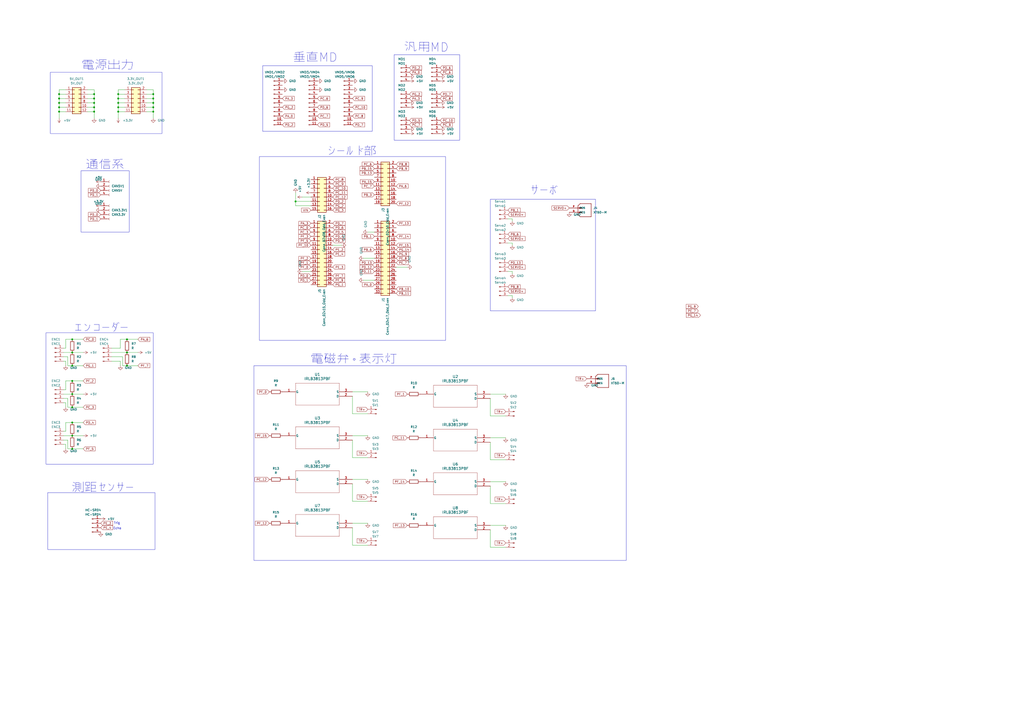
<source format=kicad_sch>
(kicad_sch (version 20231120) (generator "eeschema") (generator_version "8.0")
  (paper "A2")
  (junction (at 41.91 260.35))
  (junction (at 88.9 57.15))
  (junction (at 34.29 59.69))
  (junction (at 41.91 252.73))
  (junction (at 68.58 59.69))
  (junction (at 54.61 62.23))
  (junction (at 34.29 54.61))
  (junction (at 73.66 196.85))
  (junction (at 171.45 116.84))
  (junction (at 68.58 54.61))
  (junction (at 68.58 62.23))
  (junction (at 41.91 212.09))
  (junction (at 41.91 196.85))
  (junction (at 41.91 236.22))
  (junction (at 41.91 228.6))
  (junction (at 41.91 245.11))
  (junction (at 54.61 57.15))
  (junction (at 34.29 64.77))
  (junction (at 68.58 64.77))
  (junction (at 41.91 220.98))
  (junction (at 34.29 57.15))
  (junction (at 88.9 62.23))
  (junction (at 41.91 204.47))
  (junction (at 73.66 212.09))
  (junction (at 54.61 54.61))
  (junction (at 54.61 59.69))
  (junction (at 54.61 64.77))
  (junction (at 88.9 59.69))
  (junction (at 34.29 62.23))
  (junction (at 88.9 64.77))
  (junction (at 88.9 54.61))
  (junction (at 68.58 57.15))
  (junction (at 73.66 204.47))
  (wire (pts (xy 73.66 212.09) (xy 80.01 212.09)))
  (wire (pts (xy 88.9 54.61) (xy 88.9 57.15)))
  (wire (pts (xy 54.61 57.15) (xy 54.61 59.69)))
  (wire (pts (xy 64.77 204.47) (xy 73.66 204.47)))
  (wire (pts (xy 297.18 127) (xy 297.18 128.27)))
  (wire (pts (xy 41.91 228.6) (xy 48.26 228.6)))
  (wire (pts (xy 210.82 162.56) (xy 217.17 162.56)))
  (wire (pts (xy 204.47 316.23) (xy 213.36 316.23)))
  (wire (pts (xy 204.47 306.07) (xy 204.47 316.23)))
  (wire (pts (xy 284.48 307.34) (xy 284.48 317.5)))
  (wire (pts (xy 38.1 257.81) (xy 38.1 260.35)))
  (wire (pts (xy 64.77 209.55) (xy 69.85 209.55)))
  (wire (pts (xy 297.18 142.24) (xy 297.18 140.97)))
  (wire (pts (xy 36.83 204.47) (xy 41.91 204.47)))
  (wire (pts (xy 34.29 54.61) (xy 34.29 52.07)))
  (wire (pts (xy 39.37 207.01) (xy 39.37 212.09)))
  (wire (pts (xy 68.58 57.15) (xy 68.58 54.61)))
  (wire (pts (xy 36.83 257.81) (xy 38.1 257.81)))
  (wire (pts (xy 41.91 220.98) (xy 48.26 220.98)))
  (wire (pts (xy 69.85 201.93) (xy 69.85 196.85)))
  (wire (pts (xy 38.1 245.11) (xy 41.91 245.11)))
  (wire (pts (xy 34.29 59.69) (xy 34.29 57.15)))
  (wire (pts (xy 171.45 116.84) (xy 180.34 116.84)))
  (wire (pts (xy 85.09 64.77) (xy 88.9 64.77)))
  (wire (pts (xy 294.64 157.48) (xy 297.18 157.48)))
  (wire (pts (xy 88.9 52.07) (xy 88.9 54.61)))
  (wire (pts (xy 41.91 260.35) (xy 48.26 260.35)))
  (wire (pts (xy 68.58 68.58) (xy 68.58 64.77)))
  (wire (pts (xy 36.83 250.19) (xy 38.1 250.19)))
  (wire (pts (xy 36.83 207.01) (xy 39.37 207.01)))
  (wire (pts (xy 34.29 54.61) (xy 38.1 54.61)))
  (wire (pts (xy 204.47 303.53) (xy 213.36 303.53)))
  (wire (pts (xy 73.66 196.85) (xy 80.01 196.85)))
  (wire (pts (xy 38.1 196.85) (xy 41.91 196.85)))
  (wire (pts (xy 204.47 278.13) (xy 213.36 278.13)))
  (wire (pts (xy 284.48 281.94) (xy 284.48 292.1)))
  (wire (pts (xy 284.48 256.54) (xy 284.48 266.7)))
  (wire (pts (xy 34.29 62.23) (xy 34.29 59.69)))
  (wire (pts (xy 41.91 204.47) (xy 48.26 204.47)))
  (wire (pts (xy 204.47 229.87) (xy 204.47 240.03)))
  (wire (pts (xy 229.87 154.94) (xy 236.22 154.94)))
  (wire (pts (xy 34.29 68.58) (xy 34.29 64.77)))
  (wire (pts (xy 171.45 116.84) (xy 171.45 119.38)))
  (wire (pts (xy 294.64 127) (xy 297.18 127)))
  (wire (pts (xy 54.61 64.77) (xy 54.61 68.58)))
  (wire (pts (xy 34.29 59.69) (xy 38.1 59.69)))
  (wire (pts (xy 284.48 231.14) (xy 284.48 241.3)))
  (wire (pts (xy 50.8 62.23) (xy 54.61 62.23)))
  (wire (pts (xy 297.18 157.48) (xy 297.18 158.75)))
  (wire (pts (xy 38.1 226.06) (xy 38.1 220.98)))
  (wire (pts (xy 36.83 255.27) (xy 39.37 255.27)))
  (wire (pts (xy 34.29 57.15) (xy 34.29 54.61)))
  (wire (pts (xy 54.61 52.07) (xy 54.61 54.61)))
  (wire (pts (xy 41.91 245.11) (xy 48.26 245.11)))
  (wire (pts (xy 68.58 62.23) (xy 68.58 59.69)))
  (wire (pts (xy 64.77 201.93) (xy 69.85 201.93)))
  (wire (pts (xy 39.37 236.22) (xy 41.91 236.22)))
  (wire (pts (xy 213.36 134.62) (xy 217.17 134.62)))
  (wire (pts (xy 68.58 59.69) (xy 68.58 57.15)))
  (wire (pts (xy 297.18 171.45) (xy 294.64 171.45)))
  (wire (pts (xy 85.09 54.61) (xy 88.9 54.61)))
  (wire (pts (xy 284.48 292.1) (xy 293.37 292.1)))
  (wire (pts (xy 39.37 231.14) (xy 39.37 236.22)))
  (wire (pts (xy 284.48 254) (xy 293.37 254)))
  (wire (pts (xy 88.9 64.77) (xy 88.9 68.58)))
  (wire (pts (xy 71.12 212.09) (xy 73.66 212.09)))
  (wire (pts (xy 85.09 52.07) (xy 88.9 52.07)))
  (wire (pts (xy 38.1 233.68) (xy 38.1 236.22)))
  (wire (pts (xy 38.1 220.98) (xy 41.91 220.98)))
  (wire (pts (xy 284.48 266.7) (xy 293.37 266.7)))
  (wire (pts (xy 68.58 52.07) (xy 72.39 52.07)))
  (wire (pts (xy 88.9 57.15) (xy 88.9 59.69)))
  (wire (pts (xy 204.47 240.03) (xy 213.36 240.03)))
  (wire (pts (xy 88.9 62.23) (xy 88.9 64.77)))
  (wire (pts (xy 284.48 279.4) (xy 293.37 279.4)))
  (wire (pts (xy 36.83 228.6) (xy 41.91 228.6)))
  (wire (pts (xy 54.61 54.61) (xy 54.61 57.15)))
  (wire (pts (xy 297.18 172.72) (xy 297.18 171.45)))
  (wire (pts (xy 39.37 212.09) (xy 41.91 212.09)))
  (wire (pts (xy 34.29 64.77) (xy 34.29 62.23)))
  (wire (pts (xy 36.83 233.68) (xy 38.1 233.68)))
  (wire (pts (xy 50.8 57.15) (xy 54.61 57.15)))
  (wire (pts (xy 68.58 54.61) (xy 68.58 52.07)))
  (wire (pts (xy 41.91 252.73) (xy 48.26 252.73)))
  (wire (pts (xy 204.47 227.33) (xy 213.36 227.33)))
  (wire (pts (xy 34.29 64.77) (xy 38.1 64.77)))
  (wire (pts (xy 85.09 59.69) (xy 88.9 59.69)))
  (wire (pts (xy 284.48 228.6) (xy 293.37 228.6)))
  (wire (pts (xy 68.58 64.77) (xy 68.58 62.23)))
  (wire (pts (xy 297.18 140.97) (xy 294.64 140.97)))
  (wire (pts (xy 68.58 62.23) (xy 72.39 62.23)))
  (wire (pts (xy 36.83 209.55) (xy 38.1 209.55)))
  (wire (pts (xy 88.9 59.69) (xy 88.9 62.23)))
  (wire (pts (xy 34.29 62.23) (xy 38.1 62.23)))
  (wire (pts (xy 36.83 252.73) (xy 41.91 252.73)))
  (wire (pts (xy 36.83 226.06) (xy 38.1 226.06)))
  (wire (pts (xy 39.37 260.35) (xy 41.91 260.35)))
  (wire (pts (xy 204.47 265.43) (xy 213.36 265.43)))
  (wire (pts (xy 204.47 290.83) (xy 213.36 290.83)))
  (wire (pts (xy 73.66 204.47) (xy 80.01 204.47)))
  (wire (pts (xy 284.48 304.8) (xy 293.37 304.8)))
  (wire (pts (xy 36.83 231.14) (xy 39.37 231.14)))
  (wire (pts (xy 204.47 252.73) (xy 213.36 252.73)))
  (wire (pts (xy 171.45 111.76) (xy 171.45 116.84)))
  (wire (pts (xy 38.1 250.19) (xy 38.1 245.11)))
  (wire (pts (xy 85.09 57.15) (xy 88.9 57.15)))
  (wire (pts (xy 38.1 201.93) (xy 38.1 196.85)))
  (wire (pts (xy 85.09 62.23) (xy 88.9 62.23)))
  (wire (pts (xy 175.26 157.48) (xy 180.34 157.48)))
  (wire (pts (xy 69.85 196.85) (xy 73.66 196.85)))
  (wire (pts (xy 50.8 59.69) (xy 54.61 59.69)))
  (wire (pts (xy 204.47 255.27) (xy 204.47 265.43)))
  (wire (pts (xy 284.48 241.3) (xy 293.37 241.3)))
  (wire (pts (xy 50.8 52.07) (xy 54.61 52.07)))
  (wire (pts (xy 175.26 114.3) (xy 180.34 114.3)))
  (wire (pts (xy 41.91 212.09) (xy 48.26 212.09)))
  (wire (pts (xy 68.58 59.69) (xy 72.39 59.69)))
  (wire (pts (xy 71.12 207.01) (xy 71.12 212.09)))
  (wire (pts (xy 210.82 149.86) (xy 217.17 149.86)))
  (wire (pts (xy 284.48 317.5) (xy 293.37 317.5)))
  (wire (pts (xy 39.37 255.27) (xy 39.37 260.35)))
  (wire (pts (xy 38.1 209.55) (xy 38.1 212.09)))
  (wire (pts (xy 34.29 52.07) (xy 38.1 52.07)))
  (wire (pts (xy 34.29 57.15) (xy 38.1 57.15)))
  (wire (pts (xy 54.61 62.23) (xy 54.61 64.77)))
  (wire (pts (xy 64.77 207.01) (xy 71.12 207.01)))
  (wire (pts (xy 50.8 54.61) (xy 54.61 54.61)))
  (wire (pts (xy 41.91 196.85) (xy 48.26 196.85)))
  (wire (pts (xy 68.58 57.15) (xy 72.39 57.15)))
  (wire (pts (xy 204.47 280.67) (xy 204.47 290.83)))
  (wire (pts (xy 69.85 209.55) (xy 69.85 212.09)))
  (wire (pts (xy 193.04 142.24) (xy 198.12 142.24)))
  (wire (pts (xy 171.45 119.38) (xy 180.34 119.38)))
  (wire (pts (xy 50.8 64.77) (xy 54.61 64.77)))
  (wire (pts (xy 41.91 236.22) (xy 48.26 236.22)))
  (wire (pts (xy 68.58 64.77) (xy 72.39 64.77)))
  (wire (pts (xy 54.61 59.69) (xy 54.61 62.23)))
  (wire (pts (xy 36.83 201.93) (xy 38.1 201.93)))
  (wire (pts (xy 68.58 54.61) (xy 72.39 54.61)))
  (rectangle (start 284.48 115.57) (end 345.44 180.34))
  (rectangle (start 26.67 193.04) (end 88.9 269.24))
  (rectangle (start 27.686 285.75) (end 89.916 318.77))
  (rectangle (start 150.495 90.805) (end 258.445 197.485))
  (rectangle (start 147.32 212.09) (end 363.22 325.12))
  (text_box "" (at 228.6 31.75 0) (size 38.1 49.53) (effects (font (size 1.27 1.27)) (justify left top)))
  (text_box "" (at 29.21 41.91 0) (size 64.77 35.56) (effects (font (size 1.27 1.27)) (justify left top)))
  (text_box "" (at 152.4 38.1 0) (size 63.5 38.1) (effects (font (size 1.27 1.27)) (justify left top)))
  (text_box "" (at 46.99 99.06 0) (size 27.94 35.56) (effects (font (size 1.27 1.27)) (justify left top)))
  (text "測距センサー" (at 59.69 283.21 0) (effects (font (size 5.08 5.08))))
  (text "Echo\n" (at 68.072 306.578 0) (effects (font (size 1.27 1.27))))
  (text "電磁弁・表示灯" (at 205.486 208.534 0) (effects (font (size 5.08 5.08))))
  (text "シールド部\n" (at 204.089 88.011 0) (effects (font (size 5.08 5.08))))
  (text "垂直MD" (at 182.88 33.528 0) (effects (font (size 5.08 5.08))))
  (text "汎用MD" (at 247.396 27.686 0) (effects (font (size 5.08 5.08))))
  (text "エンコーダー" (at 58.674 190.5 0) (effects (font (size 5.08 5.08))))
  (text "Trig" (at 67.818 303.53 0) (effects (font (size 1.27 1.27))))
  (text "電源出力" (at 62.484 38.1 0) (effects (font (size 5.08 5.08))))
  (text "通信系\n" (at 60.96 95.758 0) (effects (font (size 5.08 5.08))))
  (text "サーボ" (at 315.468 110.744 0) (effects (font (size 5.08 5.08))))
  (global_label "SERVO+" (shape input) (at 294.64 138.43 0) (property "Intersheetrefs" "${INTERSHEET_REFS}" (effects (hide yes))))
  (global_label "PG_2" (shape input) (at 237.49 54.61 0) (property "Intersheetrefs" "${INTERSHEET_REFS}" (effects (hide yes))))
  (global_label "PC_10" (shape input) (at 204.47 62.23 0) (property "Intersheetrefs" "${INTERSHEET_REFS}" (effects (hide yes))))
  (global_label "PF_1" (shape input) (at 236.22 228.6 180) (property "Intersheetrefs" "${INTERSHEET_REFS}" (effects (hide yes))))
  (global_label "PA_3" (shape input) (at 180.34 129.54 180) (property "Intersheetrefs" "${INTERSHEET_REFS}" (effects (hide yes))))
  (global_label "PF_14" (shape input) (at 229.87 137.16 0) (property "Intersheetrefs" "${INTERSHEET_REFS}" (effects (hide yes))))
  (global_label "PF_2" (shape input) (at 48.26 220.98 0) (property "Intersheetrefs" "${INTERSHEET_REFS}" (effects (hide yes))))
  (global_label "PC_10" (shape input) (at 255.27 69.85 0) (property "Intersheetrefs" "${INTERSHEET_REFS}" (effects (hide yes))))
  (global_label "PD_0" (shape input) (at 58.42 124.46 180) (property "Intersheetrefs" "${INTERSHEET_REFS}" (effects (hide yes))))
  (global_label "SERVO+" (shape input) (at 330.2 120.65 180) (property "Intersheetrefs" "${INTERSHEET_REFS}" (effects (hide yes))))
  (global_label "PB_15" (shape input) (at 217.17 97.79 180) (property "Intersheetrefs" "${INTERSHEET_REFS}" (effects (hide yes))))
  (global_label "PD_6" (shape input) (at 255.27 39.37 0) (property "Intersheetrefs" "${INTERSHEET_REFS}" (effects (hide yes))))
  (global_label "PC_11" (shape input) (at 236.22 254 180) (property "Intersheetrefs" "${INTERSHEET_REFS}" (effects (hide yes))))
  (global_label "PA_6" (shape input) (at 229.87 107.95 0) (property "Intersheetrefs" "${INTERSHEET_REFS}" (effects (hide yes))))
  (global_label "SERVO+" (shape input) (at 294.64 124.46 0) (property "Intersheetrefs" "${INTERSHEET_REFS}" (effects (hide yes))))
  (global_label "PE_7" (shape input) (at 405.13 180.34 180) (property "Intersheetrefs" "${INTERSHEET_REFS}" (effects (hide yes))))
  (global_label "PE_7" (shape input) (at 229.87 152.4 0) (property "Intersheetrefs" "${INTERSHEET_REFS}" (effects (hide yes))))
  (global_label "PG_1" (shape input) (at 48.26 212.09 0) (property "Intersheetrefs" "${INTERSHEET_REFS}" (effects (hide yes))))
  (global_label "PD_4" (shape input) (at 193.04 137.16 0) (property "Intersheetrefs" "${INTERSHEET_REFS}" (effects (hide yes))))
  (global_label "PF_3" (shape input) (at 180.34 137.16 180) (property "Intersheetrefs" "${INTERSHEET_REFS}" (effects (hide yes))))
  (global_label "PF_13" (shape input) (at 229.87 129.54 0) (property "Intersheetrefs" "${INTERSHEET_REFS}" (effects (hide yes))))
  (global_label "SERVO+" (shape input) (at 294.64 168.91 0) (property "Intersheetrefs" "${INTERSHEET_REFS}" (effects (hide yes))))
  (global_label "PD_7" (shape input) (at 193.04 129.54 0) (property "Intersheetrefs" "${INTERSHEET_REFS}" (effects (hide yes))))
  (global_label "PB_6" (shape input) (at 294.64 135.89 0) (property "Intersheetrefs" "${INTERSHEET_REFS}" (effects (hide yes))))
  (global_label "TR+" (shape input) (at 293.37 314.96 180) (property "Intersheetrefs" "${INTERSHEET_REFS}" (effects (hide yes))))
  (global_label "PA_6" (shape input) (at 80.01 196.85 0) (property "Intersheetrefs" "${INTERSHEET_REFS}" (effects (hide yes))))
  (global_label "PD_2" (shape input) (at 163.83 72.39 0) (property "Intersheetrefs" "${INTERSHEET_REFS}" (effects (hide yes))))
  (global_label "TR+" (shape input) (at 213.36 313.69 180) (property "Intersheetrefs" "${INTERSHEET_REFS}" (effects (hide yes))))
  (global_label "PE_4" (shape input) (at 193.04 147.32 0) (property "Intersheetrefs" "${INTERSHEET_REFS}" (effects (hide yes))))
  (global_label "TR+" (shape input) (at 293.37 289.56 180) (property "Intersheetrefs" "${INTERSHEET_REFS}" (effects (hide yes))))
  (global_label "PF_10" (shape input) (at 180.34 142.24 180) (property "Intersheetrefs" "${INTERSHEET_REFS}" (effects (hide yes))))
  (global_label "PF_15" (shape input) (at 229.87 142.24 0) (property "Intersheetrefs" "${INTERSHEET_REFS}" (effects (hide yes))))
  (global_label "PB_6" (shape input) (at 217.17 144.78 180) (property "Intersheetrefs" "${INTERSHEET_REFS}" (effects (hide yes))))
  (global_label "PF_9" (shape input) (at 193.04 162.56 0) (property "Intersheetrefs" "${INTERSHEET_REFS}" (effects (hide yes))))
  (global_label "PC_11" (shape input) (at 193.04 111.76 0) (property "Intersheetrefs" "${INTERSHEET_REFS}" (effects (hide yes))))
  (global_label "PF_5" (shape input) (at 180.34 139.7 180) (property "Intersheetrefs" "${INTERSHEET_REFS}" (effects (hide yes))))
  (global_label "PD_5" (shape input) (at 193.04 134.62 0) (property "Intersheetrefs" "${INTERSHEET_REFS}" (effects (hide yes))))
  (global_label "PD_7" (shape input) (at 255.27 54.61 0) (property "Intersheetrefs" "${INTERSHEET_REFS}" (effects (hide yes))))
  (global_label "PD_5" (shape input) (at 237.49 69.85 0) (property "Intersheetrefs" "${INTERSHEET_REFS}" (effects (hide yes))))
  (global_label "TR+" (shape input) (at 293.37 264.16 180) (property "Intersheetrefs" "${INTERSHEET_REFS}" (effects (hide yes))))
  (global_label "PC_9" (shape input) (at 204.47 57.15 0) (property "Intersheetrefs" "${INTERSHEET_REFS}" (effects (hide yes))))
  (global_label "PD_2" (shape input) (at 193.04 116.84 0) (property "Intersheetrefs" "${INTERSHEET_REFS}" (effects (hide yes))))
  (global_label "PF_12" (shape input) (at 229.87 118.11 0) (property "Intersheetrefs" "${INTERSHEET_REFS}" (effects (hide yes))))
  (global_label "PF_7" (shape input) (at 80.01 212.09 0) (property "Intersheetrefs" "${INTERSHEET_REFS}" (effects (hide yes))))
  (global_label "TR+" (shape input) (at 213.36 262.89 180) (property "Intersheetrefs" "${INTERSHEET_REFS}" (effects (hide yes))))
  (global_label "PA_15" (shape input) (at 217.17 105.41 180) (property "Intersheetrefs" "${INTERSHEET_REFS}" (effects (hide yes))))
  (global_label "PD_6" (shape input) (at 184.15 62.23 0) (property "Intersheetrefs" "${INTERSHEET_REFS}" (effects (hide yes))))
  (global_label "PD_11" (shape input) (at 217.17 157.48 180) (property "Intersheetrefs" "${INTERSHEET_REFS}" (effects (hide yes))))
  (global_label "PC_6" (shape input) (at 184.15 57.15 0) (property "Intersheetrefs" "${INTERSHEET_REFS}" (effects (hide yes))))
  (global_label "PA_3" (shape input) (at 237.49 57.15 0) (property "Intersheetrefs" "${INTERSHEET_REFS}" (effects (hide yes))))
  (global_label "PD_0" (shape input) (at 58.42 110.49 180) (property "Intersheetrefs" "${INTERSHEET_REFS}" (effects (hide yes))))
  (global_label "PF_12" (shape input) (at 156.21 303.53 180) (property "Intersheetrefs" "${INTERSHEET_REFS}" (effects (hide yes))))
  (global_label "PB_10" (shape input) (at 229.87 167.64 0) (property "Intersheetrefs" "${INTERSHEET_REFS}" (effects (hide yes))))
  (global_label "PC_0" (shape input) (at 48.26 196.85 0) (property "Intersheetrefs" "${INTERSHEET_REFS}" (effects (hide yes))))
  (global_label "PC_8" (shape input) (at 204.47 67.31 0) (property "Intersheetrefs" "${INTERSHEET_REFS}" (effects (hide yes))))
  (global_label "TR+" (shape input) (at 293.37 238.76 180) (property "Intersheetrefs" "${INTERSHEET_REFS}" (effects (hide yes))))
  (global_label "PG_3" (shape input) (at 193.04 121.92 0) (property "Intersheetrefs" "${INTERSHEET_REFS}" (effects (hide yes))))
  (global_label "PD_2" (shape input) (at 237.49 39.37 0) (property "Intersheetrefs" "${INTERSHEET_REFS}" (effects (hide yes))))
  (global_label "PG_9" (shape input) (at 229.87 147.32 0) (property "Intersheetrefs" "${INTERSHEET_REFS}" (effects (hide yes))))
  (global_label "PC_6" (shape input) (at 255.27 41.91 0) (property "Intersheetrefs" "${INTERSHEET_REFS}" (effects (hide yes))))
  (global_label "PD_1" (shape input) (at 180.34 162.56 180) (property "Intersheetrefs" "${INTERSHEET_REFS}" (effects (hide yes))))
  (global_label "PA_3" (shape input) (at 163.83 57.15 0) (property "Intersheetrefs" "${INTERSHEET_REFS}" (effects (hide yes))))
  (global_label "PE_2" (shape input) (at 193.04 144.78 0) (property "Intersheetrefs" "${INTERSHEET_REFS}" (effects (hide yes))))
  (global_label "PE_3" (shape input) (at 193.04 154.94 0) (property "Intersheetrefs" "${INTERSHEET_REFS}" (effects (hide yes))))
  (global_label "PG_1" (shape input) (at 193.04 165.1 0) (property "Intersheetrefs" "${INTERSHEET_REFS}" (effects (hide yes))))
  (global_label "PB_8" (shape input) (at 294.64 166.37 0) (property "Intersheetrefs" "${INTERSHEET_REFS}" (effects (hide yes))))
  (global_label "PD_12" (shape input) (at 217.17 154.94 180) (property "Intersheetrefs" "${INTERSHEET_REFS}" (effects (hide yes))))
  (global_label "PD_1" (shape input) (at 58.42 127 180) (property "Intersheetrefs" "${INTERSHEET_REFS}" (effects (hide yes))))
  (global_label "PB_13" (shape input) (at 217.17 100.33 180) (property "Intersheetrefs" "${INTERSHEET_REFS}" (effects (hide yes))))
  (global_label "PC_9" (shape input) (at 193.04 106.68 0) (property "Intersheetrefs" "${INTERSHEET_REFS}" (effects (hide yes))))
  (global_label "PG_14" (shape input) (at 229.87 144.78 0) (property "Intersheetrefs" "${INTERSHEET_REFS}" (effects (hide yes))))
  (global_label "PG_14" (shape input) (at 406.4 182.88 180) (property "Intersheetrefs" "${INTERSHEET_REFS}" (effects (hide yes))))
  (global_label "PC_7" (shape input) (at 237.49 72.39 0) (property "Intersheetrefs" "${INTERSHEET_REFS}" (effects (hide yes))))
  (global_label "TR+" (shape input) (at 213.36 237.49 180) (property "Intersheetrefs" "${INTERSHEET_REFS}" (effects (hide yes))))
  (global_label "PE_2" (shape input) (at 58.42 303.53 0) (property "Intersheetrefs" "${INTERSHEET_REFS}" (effects (hide yes))))
  (global_label "PC_9" (shape input) (at 255.27 72.39 0) (property "Intersheetrefs" "${INTERSHEET_REFS}" (effects (hide yes))))
  (global_label "PC_6" (shape input) (at 217.17 95.25 180) (property "Intersheetrefs" "${INTERSHEET_REFS}" (effects (hide yes))))
  (global_label "PF_14" (shape input) (at 236.22 279.4 180) (property "Intersheetrefs" "${INTERSHEET_REFS}" (effects (hide yes))))
  (global_label "PE_4" (shape input) (at 58.42 306.07 0) (property "Intersheetrefs" "${INTERSHEET_REFS}" (effects (hide yes))))
  (global_label "PC_8" (shape input) (at 255.27 57.15 0) (property "Intersheetrefs" "${INTERSHEET_REFS}" (effects (hide yes))))
  (global_label "PD_13" (shape input) (at 217.17 152.4 180) (property "Intersheetrefs" "${INTERSHEET_REFS}" (effects (hide yes))))
  (global_label "PF_2" (shape input) (at 180.34 149.86 180) (property "Intersheetrefs" "${INTERSHEET_REFS}" (effects (hide yes))))
  (global_label "PF_7" (shape input) (at 193.04 160.02 0) (property "Intersheetrefs" "${INTERSHEET_REFS}" (effects (hide yes))))
  (global_label "PE_8" (shape input) (at 229.87 149.86 0) (property "Intersheetrefs" "${INTERSHEET_REFS}" (effects (hide yes))))
  (global_label "PF_0" (shape input) (at 156.21 227.33 180) (property "Intersheetrefs" "${INTERSHEET_REFS}" (effects (hide yes))))
  (global_label "PF_0" (shape input) (at 180.34 154.94 180) (property "Intersheetrefs" "${INTERSHEET_REFS}" (effects (hide yes))))
  (global_label "SERVO+" (shape input) (at 294.64 154.94 0) (property "Intersheetrefs" "${INTERSHEET_REFS}" (effects (hide yes))))
  (global_label "TR+" (shape input) (at 340.36 219.71 180) (property "Intersheetrefs" "${INTERSHEET_REFS}" (effects (hide yes))))
  (global_label "PG_2" (shape input) (at 163.83 62.23 0) (property "Intersheetrefs" "${INTERSHEET_REFS}" (effects (hide yes))))
  (global_label "PA_0" (shape input) (at 163.83 67.31 0) (property "Intersheetrefs" "${INTERSHEET_REFS}" (effects (hide yes))))
  (global_label "PB_1" (shape input) (at 294.64 121.92 0) (property "Intersheetrefs" "${INTERSHEET_REFS}" (effects (hide yes))))
  (global_label "PD_3" (shape input) (at 193.04 139.7 0) (property "Intersheetrefs" "${INTERSHEET_REFS}" (effects (hide yes))))
  (global_label "PC_8" (shape input) (at 193.04 104.14 0) (property "Intersheetrefs" "${INTERSHEET_REFS}" (effects (hide yes))))
  (global_label "PF_13" (shape input) (at 236.22 304.8 180) (property "Intersheetrefs" "${INTERSHEET_REFS}" (effects (hide yes))))
  (global_label "PF_1" (shape input) (at 180.34 152.4 180) (property "Intersheetrefs" "${INTERSHEET_REFS}" (effects (hide yes))))
  (global_label "PC_12" (shape input) (at 193.04 114.3 0) (property "Intersheetrefs" "${INTERSHEET_REFS}" (effects (hide yes))))
  (global_label "PA_0" (shape input) (at 217.17 165.1 180) (property "Intersheetrefs" "${INTERSHEET_REFS}" (effects (hide yes))))
  (global_label "PG_2" (shape input) (at 193.04 119.38 0) (property "Intersheetrefs" "${INTERSHEET_REFS}" (effects (hide yes))))
  (global_label "PB_11" (shape input) (at 229.87 170.18 0) (property "Intersheetrefs" "${INTERSHEET_REFS}" (effects (hide yes))))
  (global_label "PC_10" (shape input) (at 193.04 109.22 0) (property "Intersheetrefs" "${INTERSHEET_REFS}" (effects (hide yes))))
  (global_label "PC_12" (shape input) (at 156.21 278.13 180) (property "Intersheetrefs" "${INTERSHEET_REFS}" (effects (hide yes))))
  (global_label "PC_0" (shape input) (at 180.34 132.08 180) (property "Intersheetrefs" "${INTERSHEET_REFS}" (effects (hide yes))))
  (global_label "PD_7" (shape input) (at 204.47 72.39 0) (property "Intersheetrefs" "${INTERSHEET_REFS}" (effects (hide yes))))
  (global_label "VIN" (shape input) (at 180.34 121.92 180) (property "Intersheetrefs" "${INTERSHEET_REFS}" (effects (hide yes))))
  (global_label "PG_9" (shape input) (at 405.13 177.8 180) (property "Intersheetrefs" "${INTERSHEET_REFS}" (effects (hide yes))))
  (global_label "PD_5" (shape input) (at 184.15 72.39 0) (property "Intersheetrefs" "${INTERSHEET_REFS}" (effects (hide yes))))
  (global_label "PC_7" (shape input) (at 217.17 107.95 180) (property "Intersheetrefs" "${INTERSHEET_REFS}" (effects (hide yes))))
  (global_label "PC_7" (shape input) (at 184.15 67.31 0) (property "Intersheetrefs" "${INTERSHEET_REFS}" (effects (hide yes))))
  (global_label "PD_0" (shape input) (at 180.34 160.02 180) (property "Intersheetrefs" "${INTERSHEET_REFS}" (effects (hide yes))))
  (global_label "PB_3" (shape input) (at 217.17 113.03 180) (property "Intersheetrefs" "${INTERSHEET_REFS}" (effects (hide yes))))
  (global_label "PD_6" (shape input) (at 193.04 132.08 0) (property "Intersheetrefs" "${INTERSHEET_REFS}" (effects (hide yes))))
  (global_label "PC_3" (shape input) (at 48.26 236.22 0) (property "Intersheetrefs" "${INTERSHEET_REFS}" (effects (hide yes))))
  (global_label "PD_4" (shape input) (at 48.26 245.11 0) (property "Intersheetrefs" "${INTERSHEET_REFS}" (effects (hide yes))))
  (global_label "PF_15" (shape input) (at 156.21 252.73 180) (property "Intersheetrefs" "${INTERSHEET_REFS}" (effects (hide yes))))
  (global_label "PD_13" (shape input) (at 294.64 152.4 0) (property "Intersheetrefs" "${INTERSHEET_REFS}" (effects (hide yes))))
  (global_label "PD_1" (shape input) (at 58.42 113.03 180) (property "Intersheetrefs" "${INTERSHEET_REFS}" (effects (hide yes))))
  (global_label "PF_5" (shape input) (at 48.26 260.35 0) (property "Intersheetrefs" "${INTERSHEET_REFS}" (effects (hide yes))))
  (global_label "PA_0" (shape input) (at 237.49 41.91 0) (property "Intersheetrefs" "${INTERSHEET_REFS}" (effects (hide yes))))
  (global_label "PB_8" (shape input) (at 229.87 95.25 0) (property "Intersheetrefs" "${INTERSHEET_REFS}" (effects (hide yes))))
  (global_label "PC_3" (shape input) (at 180.34 134.62 180) (property "Intersheetrefs" "${INTERSHEET_REFS}" (effects (hide yes))))
  (global_label "TR+" (shape input) (at 213.36 288.29 180) (property "Intersheetrefs" "${INTERSHEET_REFS}" (effects (hide yes))))
  (global_label "PB_1" (shape input) (at 217.17 137.16 180) (property "Intersheetrefs" "${INTERSHEET_REFS}" (effects (hide yes))))
  (global_label "PB_9" (shape input) (at 229.87 97.79 0) (property "Intersheetrefs" "${INTERSHEET_REFS}" (effects (hide yes))))
  (symbol (lib_id "Connector:Conn_01x11_Pin") (at 199.39 59.69 0) (unit 1)
    (property "Reference" "VMD5/VMD6" (at 200.025 41.91 0))
    (property "Value" "VMD5/VMD6" (at 200.025 44.45 0))
    (property "Footprint" "Connector_PinHeader_2.54mm:PinHeader_1x11_P2.54mm_Vertical" (effects (hide yes)))
    (property "Description" "Generic connector, single row, 01x11, script generated" (effects (hide yes)))
  )
  (symbol (lib_id "power:+5V") (at 175.26 114.3 90) (unit 1)
    (property "Reference" "#PWR04" (effects (hide yes)))
    (property "Value" "+5V" (at 173.9899 111.76 0) (effects (justify left)))
  )
  (symbol (lib_id "Connector:Conn_01x02_Pin") (at 298.45 314.96 0) (mirror y) (unit 1)
    (property "Reference" "SV8" (at 297.815 309.88 0))
    (property "Value" "SV8" (at 297.815 312.42 0))
    (property "Footprint" "Connector_PinHeader_2.54mm:PinHeader_1x02_P2.54mm_Vertical" (effects (hide yes)))
    (property "Description" "Generic connector, single row, 01x02, script generated" (effects (hide yes)))
  )
  (symbol (lib_id "power:+3.3V") (at 68.58 68.58 180) (unit 1)
    (property "Reference" "#PWR059" (effects (hide yes)))
    (property "Value" "+3.3V" (at 71.12 69.8499 0) (effects (justify right)))
    (property "Description" "Power symbol creates a global label with name \"+3.3V\"" (effects (hide yes)))
  )
  (symbol (lib_name "GND_2") (lib_id "power:GND") (at 204.47 52.07 90) (unit 1)
    (property "Reference" "#PWR067" (effects (hide yes)))
    (property "Value" "GND" (at 208.28 52.0699 90) (effects (justify right)))
    (property "Description" "Power symbol creates a global label with name \"GND\" , ground" (effects (hide yes)))
  )
  (symbol (lib_id "MyLibrary:IRLB3813PBF") (at 243.84 228.6 0) (unit 1)
    (property "Reference" "U2" (at 264.16 218.44 0) (effects (font (size 1.524 1.524))))
    (property "Value" "IRLB3813PBF" (at 264.16 220.98 0) (effects (font (size 1.524 1.524))))
    (property "Footprint" "MyLibrary:PG-TO220-3_INF" (effects (hide yes)))
    (property "Datasheet" "IRLB3813PBF" (effects (hide yes)))
  )
  (symbol (lib_name "GND_1") (lib_id "power:GND") (at 58.42 121.92 270) (unit 1)
    (property "Reference" "#PWR058" (effects (hide yes)))
    (property "Value" "GND" (at 57.15 118.11 90))
    (property "Description" "Power symbol creates a global label with name \"GND\" , ground" (effects (hide yes)))
  )
  (symbol (lib_id "power:GND") (at 88.9 68.58 0) (unit 1)
    (property "Reference" "#PWR060" (effects (hide yes)))
    (property "Value" "GND" (at 91.44 69.8499 0) (effects (justify left)))
  )
  (symbol (lib_id "Device:R") (at 240.03 304.8 90) (unit 1)
    (property "Reference" "R16" (at 240.03 298.45 90))
    (property "Value" "R" (at 240.03 300.99 90))
    (property "Footprint" "Resistor_THT:R_Axial_DIN0207_L6.3mm_D2.5mm_P10.16mm_Horizontal" (effects (hide yes)))
    (property "Description" "Resistor" (effects (hide yes)))
  )
  (symbol (lib_id "power:+5V") (at 48.26 204.47 270) (unit 1)
    (property "Reference" "#PWR023" (effects (hide yes)))
    (property "Value" "+5V" (at 52.07 204.4699 90) (effects (justify left)))
  )
  (symbol (lib_id "Connector:Conn_01x04_Pin") (at 232.41 72.39 0) (unit 1)
    (property "Reference" "MD3" (at 233.045 64.77 0))
    (property "Value" "MD3" (at 233.045 67.31 0))
    (property "Footprint" "Connector_PinHeader_2.54mm:PinHeader_1x04_P2.54mm_Vertical" (effects (hide yes)))
  )
  (symbol (lib_id "MyLibrary:IRLB3813PBF") (at 243.84 304.8 0) (unit 1)
    (property "Reference" "U8" (at 264.16 294.64 0) (effects (font (size 1.524 1.524))))
    (property "Value" "IRLB3813PBF" (at 264.16 297.18 0) (effects (font (size 1.524 1.524))))
    (property "Footprint" "MyLibrary:PG-TO220-3_INF" (effects (hide yes)))
    (property "Datasheet" "IRLB3813PBF" (effects (hide yes)))
  )
  (symbol (lib_id "XT60-M:XT60-M") (at 335.28 123.19 0) (unit 1)
    (property "Reference" "J4" (at 344.17 120.6499 0) (effects (justify left)))
    (property "Value" "XT60-M" (at 344.17 123.1899 0) (effects (justify left)))
    (property "Footprint" "XT60-M_footprint:AMASS_XT60-M" (effects (hide yes)))
    (property "MF" "AMASS" (effects (hide yes)))
    (property "MAXIMUM_PACKAGE_HEIGHT" "16.00 mm" (effects (hide yes)))
    (property "Package" "Package" (effects (hide yes)))
    (property "Price" "None" (effects (hide yes)))
    (property "Check_prices" "https://www.snapeda.com/parts/XT60-M/AMASS/view-part/?ref=eda" (effects (hide yes)))
    (property "STANDARD" "IPC 7351B" (effects (hide yes)))
    (property "PARTREV" "V1.2" (effects (hide yes)))
    (property "SnapEDA_Link" "https://www.snapeda.com/parts/XT60-M/AMASS/view-part/?ref=snap" (effects (hide yes)))
    (property "MP" "XT60-M" (effects (hide yes)))
    (property "Description_1" "\n                        \n                            Plug; DC supply; XT60; male; PIN: 2; for cable; soldered; 30A; 500V\n                        \n" (effects (hide yes)))
    (property "Availability" "Not in stock" (effects (hide yes)))
    (property "MANUFACTURER" "AMASS" (effects (hide yes)))
  )
  (symbol (lib_id "Connector_Generic:Conn_02x15_Odd_Even") (at 185.42 147.32 0) (unit 1)
    (property "Reference" "J5" (at 185.4199 167.64 90) (effects (justify right)))
    (property "Value" "Conn_02x15_Odd_Even" (at 187.9599 167.64 90) (effects (justify right)))
    (property "Footprint" "Connector_PinHeader_2.54mm:PinHeader_2x15_P2.54mm_Vertical" (effects (hide yes)))
  )
  (symbol (lib_id "Device:R") (at 160.02 227.33 90) (unit 1)
    (property "Reference" "R9" (at 160.02 220.98 90))
    (property "Value" "R" (at 160.02 223.52 90))
    (property "Footprint" "Resistor_THT:R_Axial_DIN0207_L6.3mm_D2.5mm_P10.16mm_Horizontal" (effects (hide yes)))
    (property "Description" "Resistor" (effects (hide yes)))
  )
  (symbol (lib_id "power:+3.3V") (at 58.42 119.38 90) (unit 1)
    (property "Reference" "#PWR038" (effects (hide yes)))
    (property "Value" "+3.3V" (at 57.15 116.84 90))
    (property "Description" "Power symbol creates a global label with name \"+3.3V\"" (effects (hide yes)))
  )
  (symbol (lib_id "MyLibrary:IRLB3813PBF") (at 243.84 254 0) (unit 1)
    (property "Reference" "U4" (at 264.16 243.84 0) (effects (font (size 1.524 1.524))))
    (property "Value" "IRLB3813PBF" (at 264.16 246.38 0) (effects (font (size 1.524 1.524))))
    (property "Footprint" "MyLibrary:PG-TO220-3_INF" (effects (hide yes)))
    (property "Datasheet" "IRLB3813PBF" (effects (hide yes)))
  )
  (symbol (lib_id "power:GND") (at 340.36 222.25 0) (unit 1)
    (property "Reference" "#PWR07" (effects (hide yes)))
    (property "Value" "GND" (at 342.9 223.5199 0) (effects (justify left)))
  )
  (symbol (lib_id "MyLibrary:IRLB3813PBF") (at 163.83 303.53 0) (unit 1)
    (property "Reference" "U7" (at 184.15 293.37 0) (effects (font (size 1.524 1.524))))
    (property "Value" "IRLB3813PBF" (at 184.15 295.91 0) (effects (font (size 1.524 1.524))))
    (property "Footprint" "MyLibrary:PG-TO220-3_INF" (effects (hide yes)))
    (property "Datasheet" "IRLB3813PBF" (effects (hide yes)))
  )
  (symbol (lib_id "power:GND") (at 237.49 59.69 90) (unit 1)
    (property "Reference" "#PWR05" (effects (hide yes)))
    (property "Value" "GND" (at 241.3 59.6899 90) (effects (justify right)))
  )
  (symbol (lib_id "Connector:Conn_01x03_Pin") (at 289.56 138.43 0) (unit 1)
    (property "Reference" "Servo2" (at 290.195 130.81 0))
    (property "Value" "Servo2" (at 290.195 133.35 0))
    (property "Footprint" "Connector_PinHeader_2.54mm:PinHeader_1x03_P2.54mm_Vertical" (effects (hide yes)))
  )
  (symbol (lib_id "Connector:Conn_01x04_Pin") (at 59.69 204.47 0) (unit 1)
    (property "Reference" "ENC4" (at 60.325 196.85 0))
    (property "Value" "ENC4" (at 60.325 199.39 0))
    (property "Footprint" "Connector_PinHeader_2.54mm:PinHeader_1x04_P2.54mm_Vertical" (effects (hide yes)))
  )
  (symbol (lib_id "Connector:Conn_01x11_Pin") (at 179.07 59.69 0) (unit 1)
    (property "Reference" "VMD3/VMD4" (at 179.705 41.91 0))
    (property "Value" "VMD3/VMD4" (at 179.705 44.45 0))
    (property "Footprint" "Connector_PinHeader_2.54mm:PinHeader_1x11_P2.54mm_Vertical" (effects (hide yes)))
    (property "Description" "Generic connector, single row, 01x11, script generated" (effects (hide yes)))
  )
  (symbol (lib_id "Device:R") (at 160.02 278.13 90) (unit 1)
    (property "Reference" "R13" (at 160.02 271.78 90))
    (property "Value" "R" (at 160.02 274.32 90))
    (property "Footprint" "Resistor_THT:R_Axial_DIN0207_L6.3mm_D2.5mm_P10.16mm_Horizontal" (effects (hide yes)))
    (property "Description" "Resistor" (effects (hide yes)))
  )
  (symbol (lib_id "power:GND") (at 297.18 128.27 0) (unit 1)
    (property "Reference" "#PWR035" (effects (hide yes)))
    (property "Value" "GND" (at 299.72 129.5399 0) (effects (justify left)))
  )
  (symbol (lib_id "power:GND") (at 210.82 149.86 270) (unit 1)
    (property "Reference" "#PWR055" (effects (hide yes)))
    (property "Value" "GND" (at 209.5499 147.32 0) (effects (justify right)))
  )
  (symbol (lib_id "Device:R") (at 41.91 208.28 0) (unit 1)
    (property "Reference" "R2" (at 44.45 207.0099 0) (effects (justify left)))
    (property "Value" "R" (at 44.45 209.5499 0) (effects (justify left)))
    (property "Footprint" "Resistor_THT:R_Axial_DIN0207_L6.3mm_D2.5mm_P10.16mm_Horizontal" (effects (hide yes)))
  )
  (symbol (lib_id "Connector:Conn_01x04_Pin") (at 232.41 41.91 0) (unit 1)
    (property "Reference" "MD1" (at 233.045 34.29 0))
    (property "Value" "MD1" (at 233.045 36.83 0))
    (property "Footprint" "Connector_PinHeader_2.54mm:PinHeader_1x04_P2.54mm_Vertical" (effects (hide yes)))
  )
  (symbol (lib_id "power:GND") (at 69.85 212.09 0) (unit 1)
    (property "Reference" "#PWR029" (effects (hide yes)))
    (property "Value" "GND" (at 72.39 213.3599 0) (effects (justify left)))
  )
  (symbol (lib_id "Device:R") (at 41.91 200.66 0) (unit 1)
    (property "Reference" "R1" (at 44.45 199.3899 0) (effects (justify left)))
    (property "Value" "R" (at 44.45 201.9299 0) (effects (justify left)))
    (property "Footprint" "Resistor_THT:R_Axial_DIN0207_L6.3mm_D2.5mm_P10.16mm_Horizontal" (effects (hide yes)))
  )
  (symbol (lib_id "MyLibrary:IRLB3813PBF") (at 163.83 278.13 0) (unit 1)
    (property "Reference" "U5" (at 184.15 267.97 0) (effects (font (size 1.524 1.524))))
    (property "Value" "IRLB3813PBF" (at 184.15 270.51 0) (effects (font (size 1.524 1.524))))
    (property "Footprint" "MyLibrary:PG-TO220-3_INF" (effects (hide yes)))
    (property "Datasheet" "IRLB3813PBF" (effects (hide yes)))
  )
  (symbol (lib_id "power:+5V") (at 237.49 46.99 270) (unit 1)
    (property "Reference" "#PWR01" (effects (hide yes)))
    (property "Value" "+5V" (at 241.3 46.9899 90) (effects (justify left)))
  )
  (symbol (lib_id "power:GND") (at 38.1 212.09 0) (unit 1)
    (property "Reference" "#PWR024" (effects (hide yes)))
    (property "Value" "GND" (at 40.64 213.3599 0) (effects (justify left)))
  )
  (symbol (lib_id "Device:R") (at 41.91 224.79 0) (unit 1)
    (property "Reference" "R3" (at 44.45 223.5199 0) (effects (justify left)))
    (property "Value" "R" (at 44.45 226.0599 0) (effects (justify left)))
    (property "Footprint" "Resistor_THT:R_Axial_DIN0207_L6.3mm_D2.5mm_P10.16mm_Horizontal" (effects (hide yes)))
  )
  (symbol (lib_id "Device:R") (at 41.91 248.92 0) (unit 1)
    (property "Reference" "R5" (at 44.45 247.6499 0) (effects (justify left)))
    (property "Value" "R" (at 44.45 250.1899 0) (effects (justify left)))
    (property "Footprint" "Resistor_THT:R_Axial_DIN0207_L6.3mm_D2.5mm_P10.16mm_Horizontal" (effects (hide yes)))
  )
  (symbol (lib_id "Connector:Conn_01x04_Pin") (at 250.19 41.91 0) (unit 1)
    (property "Reference" "MD4" (at 250.825 34.29 0))
    (property "Value" "MD4" (at 250.825 36.83 0))
    (property "Footprint" "Connector_PinHeader_2.54mm:PinHeader_1x04_P2.54mm_Vertical" (effects (hide yes)))
  )
  (symbol (lib_id "power:GND") (at 293.37 228.6 0) (unit 1)
    (property "Reference" "#PWR014" (effects (hide yes)))
    (property "Value" "GND" (at 295.91 229.8699 0) (effects (justify left)))
  )
  (symbol (lib_id "Connector:Conn_01x04_Pin") (at 53.34 303.53 0) (unit 1)
    (property "Reference" "HC-SR04" (at 53.975 295.91 0))
    (property "Value" "HC-SR04" (at 53.975 298.45 0))
    (property "Footprint" "Connector_PinHeader_2.54mm:PinHeader_1x04_P2.54mm_Vertical" (effects (hide yes)))
    (property "Description" "Generic connector, single row, 01x04, script generated" (effects (hide yes)))
  )
  (symbol (lib_id "power:GND") (at 255.27 74.93 90) (unit 1)
    (property "Reference" "#PWR011" (effects (hide yes)))
    (property "Value" "GND" (at 259.08 74.9299 90) (effects (justify right)))
  )
  (symbol (lib_id "Connector:Conn_01x04_Pin") (at 31.75 252.73 0) (unit 1)
    (property "Reference" "ENC3" (at 32.385 245.11 0))
    (property "Value" "ENC3" (at 32.385 247.65 0))
    (property "Footprint" "Connector_PinHeader_2.54mm:PinHeader_1x04_P2.54mm_Vertical" (effects (hide yes)))
  )
  (symbol (lib_id "MyLibrary:IRLB3813PBF") (at 163.83 252.73 0) (unit 1)
    (property "Reference" "U3" (at 184.15 242.57 0) (effects (font (size 1.524 1.524))))
    (property "Value" "IRLB3813PBF" (at 184.15 245.11 0) (effects (font (size 1.524 1.524))))
    (property "Footprint" "MyLibrary:PG-TO220-3_INF" (effects (hide yes)))
    (property "Datasheet" "IRLB3813PBF" (effects (hide yes)))
  )
  (symbol (lib_id "power:GND") (at 213.36 227.33 0) (unit 1)
    (property "Reference" "#PWR013" (effects (hide yes)))
    (property "Value" "GND" (at 215.9 228.5999 0) (effects (justify left)))
  )
  (symbol (lib_id "power:GND") (at 236.22 154.94 90) (unit 1)
    (property "Reference" "#PWR021" (effects (hide yes)))
    (property "Value" "GND" (at 237.4899 152.4 0) (effects (justify left)))
  )
  (symbol (lib_id "MyLibrary:IRLB3813PBF") (at 163.83 227.33 0) (unit 1)
    (property "Reference" "U1" (at 184.15 217.17 0) (effects (font (size 1.524 1.524))))
    (property "Value" "IRLB3813PBF" (at 184.15 219.71 0) (effects (font (size 1.524 1.524))))
    (property "Footprint" "MyLibrary:PG-TO220-3_INF" (effects (hide yes)))
    (property "Datasheet" "IRLB3813PBF" (effects (hide yes)))
  )
  (symbol (lib_id "Connector_Generic:Conn_02x17_Odd_Even") (at 222.25 149.86 0) (unit 1)
    (property "Reference" "J1" (at 222.2499 172.72 90) (effects (justify right)))
    (property "Value" "Conn_02x17_Odd_Even" (at 224.7899 172.72 90) (effects (justify right)))
    (property "Footprint" "Connector_PinHeader_2.54mm:PinHeader_2x17_P2.54mm_Vertical" (effects (hide yes)))
  )
  (symbol (lib_id "power:+5V") (at 48.26 228.6 270) (unit 1)
    (property "Reference" "#PWR026" (effects (hide yes)))
    (property "Value" "+5V" (at 52.07 228.5999 90) (effects (justify left)))
  )
  (symbol (lib_id "Connector:Conn_01x02_Pin") (at 298.45 289.56 0) (mirror y) (unit 1)
    (property "Reference" "SV6" (at 297.815 284.48 0))
    (property "Value" "SV6" (at 297.815 287.02 0))
    (property "Footprint" "Connector_PinHeader_2.54mm:PinHeader_1x02_P2.54mm_Vertical" (effects (hide yes)))
    (property "Description" "Generic connector, single row, 01x02, script generated" (effects (hide yes)))
  )
  (symbol (lib_id "power:GND") (at 198.12 142.24 90) (unit 1)
    (property "Reference" "#PWR054" (effects (hide yes)))
    (property "Value" "GND" (at 199.3899 139.7 0) (effects (justify left)))
  )
  (symbol (lib_id "Connector:Conn_01x04_Pin") (at 232.41 57.15 0) (unit 1)
    (property "Reference" "MD2" (at 233.045 49.53 0))
    (property "Value" "MD2" (at 233.045 52.07 0))
    (property "Footprint" "Connector_PinHeader_2.54mm:PinHeader_1x04_P2.54mm_Vertical" (effects (hide yes)))
  )
  (symbol (lib_name "GND_2") (lib_id "power:GND") (at 163.83 52.07 90) (unit 1)
    (property "Reference" "#PWR062" (effects (hide yes)))
    (property "Value" "GND" (at 167.64 52.0699 90) (effects (justify right)))
    (property "Description" "Power symbol creates a global label with name \"GND\" , ground" (effects (hide yes)))
  )
  (symbol (lib_id "Connector:Conn_01x02_Pin") (at 298.45 264.16 0) (mirror y) (unit 1)
    (property "Reference" "SV4" (at 297.815 259.08 0))
    (property "Value" "SV4" (at 297.815 261.62 0))
    (property "Footprint" "Connector_PinHeader_2.54mm:PinHeader_1x02_P2.54mm_Vertical" (effects (hide yes)))
    (property "Description" "Generic connector, single row, 01x02, script generated" (effects (hide yes)))
  )
  (symbol (lib_id "power:+5V") (at 48.26 252.73 270) (unit 1)
    (property "Reference" "#PWR028" (effects (hide yes)))
    (property "Value" "+5V" (at 52.07 252.7299 90) (effects (justify left)))
  )
  (symbol (lib_id "power:+5V") (at 34.29 68.58 180) (unit 1)
    (property "Reference" "#PWR052" (effects (hide yes)))
    (property "Value" "+5V" (at 36.83 69.8499 0) (effects (justify right)))
  )
  (symbol (lib_id "power:+5V") (at 80.01 204.47 270) (unit 1)
    (property "Reference" "#PWR030" (effects (hide yes)))
    (property "Value" "+5V" (at 83.82 204.4699 90) (effects (justify left)))
  )
  (symbol (lib_id "power:GND") (at 297.18 158.75 0) (unit 1)
    (property "Reference" "#PWR071" (effects (hide yes)))
    (property "Value" "GND" (at 299.72 160.0199 0) (effects (justify left)))
  )
  (symbol (lib_id "power:GND") (at 54.61 68.58 0) (unit 1)
    (property "Reference" "#PWR053" (effects (hide yes)))
    (property "Value" "GND" (at 57.15 69.8499 0) (effects (justify left)))
  )
  (symbol (lib_id "power:GND") (at 237.49 74.93 90) (unit 1)
    (property "Reference" "#PWR08" (effects (hide yes)))
    (property "Value" "GND" (at 241.3 74.9299 90) (effects (justify right)))
  )
  (symbol (lib_id "Connector_Generic:Conn_02x06_Odd_Even") (at 77.47 57.15 0) (unit 1)
    (property "Reference" "3.3V_OUT1" (at 78.74 45.72 0))
    (property "Value" "3.3V_OUT" (at 78.74 48.26 0))
    (property "Footprint" "Connector_PinSocket_2.54mm:PinSocket_2x06_P2.54mm_Vertical" (effects (hide yes)))
  )
  (symbol (lib_id "power:GND") (at 38.1 236.22 0) (unit 1)
    (property "Reference" "#PWR025" (effects (hide yes)))
    (property "Value" "GND" (at 40.64 237.4899 0) (effects (justify left)))
  )
  (symbol (lib_id "power:GND") (at 293.37 254 0) (unit 1)
    (property "Reference" "#PWR034" (effects (hide yes)))
    (property "Value" "GND" (at 295.91 255.2699 0) (effects (justify left)))
  )
  (symbol (lib_id "Device:R") (at 73.66 208.28 0) (unit 1)
    (property "Reference" "R8" (at 76.2 207.0099 0) (effects (justify left)))
    (property "Value" "R" (at 76.2 209.5499 0) (effects (justify left)))
    (property "Footprint" "Resistor_THT:R_Axial_DIN0207_L6.3mm_D2.5mm_P10.16mm_Horizontal" (effects (hide yes)))
  )
  (symbol (lib_id "power:GND") (at 213.36 303.53 0) (unit 1)
    (property "Reference" "#PWR033" (effects (hide yes)))
    (property "Value" "GND" (at 215.9 304.7999 0) (effects (justify left)))
  )
  (symbol (lib_id "Connector_Generic:Conn_02x10_Odd_Even") (at 222.25 105.41 0) (unit 1)
    (property "Reference" "J3" (at 222.2499 120.65 90) (effects (justify right)))
    (property "Value" "Conn_02x10_Odd_Even" (at 224.7899 120.65 90) (effects (justify right)))
    (property "Footprint" "Connector_PinHeader_2.54mm:PinHeader_2x10_P2.54mm_Vertical" (effects (hide yes)))
  )
  (symbol (lib_id "power:GND") (at 330.2 123.19 0) (unit 1)
    (property "Reference" "#PWR06" (effects (hide yes)))
    (property "Value" "GND" (at 332.74 124.4599 0) (effects (justify left)))
  )
  (symbol (lib_id "power:GND") (at 255.27 44.45 90) (unit 1)
    (property "Reference" "#PWR09" (effects (hide yes)))
    (property "Value" "GND" (at 259.08 44.4499 90) (effects (justify right)))
  )
  (symbol (lib_id "power:+5V") (at 58.42 300.99 270) (unit 1)
    (property "Reference" "#PWR041" (effects (hide yes)))
    (property "Value" "+5V" (at 62.23 300.9899 90) (effects (justify left)))
  )
  (symbol (lib_id "Connector:Conn_01x04_Pin") (at 250.19 57.15 0) (unit 1)
    (property "Reference" "MD5" (at 250.825 49.53 0))
    (property "Value" "MD5" (at 250.825 52.07 0))
    (property "Footprint" "Connector_PinHeader_2.54mm:PinHeader_1x04_P2.54mm_Vertical" (effects (hide yes)))
  )
  (symbol (lib_id "Connector:Conn_01x04_Pin") (at 31.75 204.47 0) (unit 1)
    (property "Reference" "ENC1" (at 32.385 196.85 0))
    (property "Value" "ENC1" (at 32.385 199.39 0))
    (property "Footprint" "Connector_PinHeader_2.54mm:PinHeader_1x04_P2.54mm_Vertical" (effects (hide yes)))
  )
  (symbol (lib_name "GND_2") (lib_id "power:GND") (at 184.15 46.99 90) (unit 1)
    (property "Reference" "#PWR065" (effects (hide yes)))
    (property "Value" "GND" (at 187.96 46.9899 90) (effects (justify right)))
    (property "Description" "Power symbol creates a global label with name \"GND\" , ground" (effects (hide yes)))
  )
  (symbol (lib_id "Connector_Generic:Conn_02x08_Odd_Even") (at 185.42 111.76 0) (unit 1)
    (property "Reference" "J2" (at 185.4199 124.46 90) (effects (justify right)))
    (property "Value" "Conn_02x08_Odd_Even" (at 187.9599 124.46 90) (effects (justify right)))
    (property "Footprint" "Connector_PinHeader_2.54mm:PinHeader_2x08_P2.54mm_Vertical" (effects (hide yes)))
  )
  (symbol (lib_id "power:GND") (at 293.37 304.8 0) (unit 1)
    (property "Reference" "#PWR040" (effects (hide yes)))
    (property "Value" "GND" (at 295.91 306.0699 0) (effects (justify left)))
  )
  (symbol (lib_id "power:+5V") (at 255.27 62.23 270) (unit 1)
    (property "Reference" "#PWR017" (effects (hide yes)))
    (property "Value" "+5V" (at 259.08 62.2299 90) (effects (justify left)))
  )
  (symbol (lib_id "Device:R") (at 73.66 200.66 0) (unit 1)
    (property "Reference" "R7" (at 76.2 199.3899 0) (effects (justify left)))
    (property "Value" "R" (at 76.2 201.9299 0) (effects (justify left)))
    (property "Footprint" "Resistor_THT:R_Axial_DIN0207_L6.3mm_D2.5mm_P10.16mm_Horizontal" (effects (hide yes)))
  )
  (symbol (lib_id "power:GND") (at 38.1 260.35 0) (unit 1)
    (property "Reference" "#PWR027" (effects (hide yes)))
    (property "Value" "GND" (at 40.64 261.6199 0) (effects (justify left)))
  )
  (symbol (lib_id "power:GND") (at 255.27 59.69 90) (unit 1)
    (property "Reference" "#PWR010" (effects (hide yes)))
    (property "Value" "GND" (at 259.08 59.6899 90) (effects (justify right)))
  )
  (symbol (lib_name "GND_2") (lib_id "power:GND") (at 163.83 46.99 90) (unit 1)
    (property "Reference" "#PWR061" (effects (hide yes)))
    (property "Value" "GND" (at 167.64 46.9899 90) (effects (justify right)))
    (property "Description" "Power symbol creates a global label with name \"GND\" , ground" (effects (hide yes)))
  )
  (symbol (lib_id "Connector:Conn_01x03_Pin") (at 289.56 168.91 0) (unit 1)
    (property "Reference" "Servo4" (at 290.195 161.29 0))
    (property "Value" "Servo4" (at 290.195 163.83 0))
    (property "Footprint" "Connector_PinHeader_2.54mm:PinHeader_1x03_P2.54mm_Vertical" (effects (hide yes)))
  )
  (symbol (lib_id "Connector:Conn_01x02_Pin") (at 218.44 237.49 0) (mirror y) (unit 1)
    (property "Reference" "SV1" (at 217.805 232.41 0))
    (property "Value" "SV1" (at 217.805 234.95 0))
    (property "Footprint" "Connector_PinHeader_2.54mm:PinHeader_1x02_P2.54mm_Vertical" (effects (hide yes)))
    (property "Description" "Generic connector, single row, 01x02, script generated" (effects (hide yes)))
  )
  (symbol (lib_id "Device:R") (at 41.91 256.54 0) (unit 1)
    (property "Reference" "R6" (at 44.45 255.2699 0) (effects (justify left)))
    (property "Value" "R" (at 44.45 257.8099 0) (effects (justify left)))
    (property "Footprint" "Resistor_THT:R_Axial_DIN0207_L6.3mm_D2.5mm_P10.16mm_Horizontal" (effects (hide yes)))
  )
  (symbol (lib_id "Device:R") (at 240.03 254 90) (unit 1)
    (property "Reference" "R12" (at 240.03 247.65 90))
    (property "Value" "R" (at 240.03 250.19 90))
    (property "Footprint" "Resistor_THT:R_Axial_DIN0207_L6.3mm_D2.5mm_P10.16mm_Horizontal" (effects (hide yes)))
    (property "Description" "Resistor" (effects (hide yes)))
  )
  (symbol (lib_id "Connector:Conn_01x11_Pin") (at 158.75 59.69 0) (unit 1)
    (property "Reference" "VMD1/VMD2" (at 159.385 41.91 0))
    (property "Value" "VMD1/VMD2" (at 159.385 44.45 0))
    (property "Footprint" "Connector_PinHeader_2.54mm:PinHeader_1x11_P2.54mm_Vertical" (effects (hide yes)))
    (property "Description" "Generic connector, single row, 01x11, script generated" (effects (hide yes)))
  )
  (symbol (lib_id "Connector:Conn_01x02_Pin") (at 298.45 238.76 0) (mirror y) (unit 1)
    (property "Reference" "SV2" (at 297.815 233.68 0))
    (property "Value" "SV2" (at 297.815 236.22 0))
    (property "Footprint" "Connector_PinHeader_2.54mm:PinHeader_1x02_P2.54mm_Vertical" (effects (hide yes)))
    (property "Description" "Generic connector, single row, 01x02, script generated" (effects (hide yes)))
  )
  (symbol (lib_id "power:GND") (at 213.36 134.62 270) (unit 1)
    (property "Reference" "#PWR022" (effects (hide yes)))
    (property "Value" "GND" (at 212.0899 132.08 0) (effects (justify right)))
  )
  (symbol (lib_id "power:GND") (at 213.36 252.73 0) (unit 1)
    (property "Reference" "#PWR031" (effects (hide yes)))
    (property "Value" "GND" (at 215.9 253.9999 0) (effects (justify left)))
  )
  (symbol (lib_name "+5V_1") (lib_id "power:+5V") (at 58.42 105.41 90) (unit 1)
    (property "Reference" "#PWR056" (effects (hide yes)))
    (property "Value" "+5V" (at 57.15 102.87 90))
    (property "Description" "Power symbol creates a global label with name \"+5V\"" (effects (hide yes)))
  )
  (symbol (lib_id "power:GND") (at 58.42 308.61 0) (unit 1)
    (property "Reference" "#PWR042" (effects (hide yes)))
    (property "Value" "GND" (at 60.96 309.8799 0) (effects (justify left)))
  )
  (symbol (lib_id "Connector:Conn_01x02_Pin") (at 218.44 288.29 0) (mirror y) (unit 1)
    (property "Reference" "SV5" (at 217.805 283.21 0))
    (property "Value" "SV5" (at 217.805 285.75 0))
    (property "Footprint" "Connector_PinHeader_2.54mm:PinHeader_1x02_P2.54mm_Vertical" (effects (hide yes)))
    (property "Description" "Generic connector, single row, 01x02, script generated" (effects (hide yes)))
  )
  (symbol (lib_id "Connector:Conn_01x04_Socket") (at 63.5 121.92 0) (unit 1)
    (property "Reference" "CAN3.3V1" (at 64.77 121.9199 0) (effects (justify left)))
    (property "Value" "CAN3.3V" (at 64.77 124.4599 0) (effects (justify left)))
    (property "Footprint" "Connector_PinSocket_2.54mm:PinSocket_1x04_P2.54mm_Vertical" (effects (hide yes)))
    (property "Description" "Generic connector, single row, 01x04, script generated" (effects (hide yes)))
  )
  (symbol (lib_id "power:+5V") (at 255.27 77.47 270) (unit 1)
    (property "Reference" "#PWR018" (effects (hide yes)))
    (property "Value" "+5V" (at 259.08 77.4699 90) (effects (justify left)))
  )
  (symbol (lib_id "power:GND") (at 213.36 278.13 0) (unit 1)
    (property "Reference" "#PWR032" (effects (hide yes)))
    (property "Value" "GND" (at 215.9 279.3999 0) (effects (justify left)))
  )
  (symbol (lib_id "power:+5V") (at 237.49 77.47 270) (unit 1)
    (property "Reference" "#PWR015" (effects (hide yes)))
    (property "Value" "+5V" (at 241.3 77.4699 90) (effects (justify left)))
  )
  (symbol (lib_id "Device:R") (at 41.91 232.41 0) (unit 1)
    (property "Reference" "R4" (at 44.45 231.1399 0) (effects (justify left)))
    (property "Value" "R" (at 44.45 233.6799 0) (effects (justify left)))
    (property "Footprint" "Resistor_THT:R_Axial_DIN0207_L6.3mm_D2.5mm_P10.16mm_Horizontal" (effects (hide yes)))
  )
  (symbol (lib_id "Connector_Generic:Conn_02x06_Odd_Even") (at 43.18 57.15 0) (unit 1)
    (property "Reference" "5V_OUT1" (at 44.45 45.72 0))
    (property "Value" "5V_OUT" (at 44.45 48.26 0))
    (property "Footprint" "Connector_PinSocket_2.54mm:PinSocket_2x06_P2.54mm_Vertical" (effects (hide yes)))
  )
  (symbol (lib_id "power:GND") (at 297.18 172.72 0) (unit 1)
    (property "Reference" "#PWR072" (effects (hide yes)))
    (property "Value" "GND" (at 299.72 173.9899 0) (effects (justify left)))
  )
  (symbol (lib_id "Device:R") (at 160.02 303.53 90) (unit 1)
    (property "Reference" "R15" (at 160.02 297.18 90))
    (property "Value" "R" (at 160.02 299.72 90))
    (property "Footprint" "Resistor_THT:R_Axial_DIN0207_L6.3mm_D2.5mm_P10.16mm_Horizontal" (effects (hide yes)))
    (property "Description" "Resistor" (effects (hide yes)))
  )
  (symbol (lib_id "Connector:Conn_01x04_Pin") (at 250.19 72.39 0) (unit 1)
    (property "Reference" "MD6" (at 250.825 64.77 0))
    (property "Value" "MD6" (at 250.825 67.31 0))
    (property "Footprint" "Connector_PinHeader_2.54mm:PinHeader_1x04_P2.54mm_Vertical" (effects (hide yes)))
  )
  (symbol (lib_name "GND_2") (lib_id "power:GND") (at 184.15 52.07 90) (unit 1)
    (property "Reference" "#PWR066" (effects (hide yes)))
    (property "Value" "GND" (at 187.96 52.0699 90) (effects (justify right)))
    (property "Description" "Power symbol creates a global label with name \"GND\" , ground" (effects (hide yes)))
  )
  (symbol (lib_id "Device:R") (at 160.02 252.73 90) (unit 1)
    (property "Reference" "R11" (at 160.02 246.38 90))
    (property "Value" "R" (at 160.02 248.92 90))
    (property "Footprint" "Resistor_THT:R_Axial_DIN0207_L6.3mm_D2.5mm_P10.16mm_Horizontal" (effects (hide yes)))
    (property "Description" "Resistor" (effects (hide yes)))
  )
  (symbol (lib_id "Connector:Conn_01x03_Pin") (at 289.56 154.94 0) (unit 1)
    (property "Reference" "Servo3" (at 290.195 147.32 0))
    (property "Value" "Servo3" (at 290.195 149.86 0))
    (property "Footprint" "Connector_PinHeader_2.54mm:PinHeader_1x03_P2.54mm_Vertical" (effects (hide yes)))
  )
  (symbol (lib_id "Device:R") (at 240.03 228.6 90) (unit 1)
    (property "Reference" "R10" (at 240.03 222.25 90))
    (property "Value" "R" (at 240.03 224.79 90))
    (property "Footprint" "Resistor_THT:R_Axial_DIN0207_L6.3mm_D2.5mm_P10.16mm_Horizontal" (effects (hide yes)))
    (property "Description" "Resistor" (effects (hide yes)))
  )
  (symbol (lib_id "Connector:Conn_01x04_Pin") (at 31.75 228.6 0) (unit 1)
    (property "Reference" "ENC2" (at 32.385 220.98 0))
    (property "Value" "ENC2" (at 32.385 223.52 0))
    (property "Footprint" "Connector_PinHeader_2.54mm:PinHeader_1x04_P2.54mm_Vertical" (effects (hide yes)))
  )
  (symbol (lib_id "power:GND") (at 175.26 157.48 270) (unit 1)
    (property "Reference" "#PWR019" (effects (hide yes)))
    (property "Value" "GND" (at 173.9899 154.94 0) (effects (justify right)))
  )
  (symbol (lib_id "power:GND") (at 293.37 279.4 0) (unit 1)
    (property "Reference" "#PWR039" (effects (hide yes)))
    (property "Value" "GND" (at 295.91 280.6699 0) (effects (justify left)))
  )
  (symbol (lib_name "GND_1") (lib_id "power:GND") (at 58.42 107.95 270) (unit 1)
    (property "Reference" "#PWR057" (effects (hide yes)))
    (property "Value" "GND" (at 57.15 104.14 90))
    (property "Description" "Power symbol creates a global label with name \"GND\" , ground" (effects (hide yes)))
  )
  (symbol (lib_id "power:GND") (at 171.45 111.76 180) (unit 1)
    (property "Reference" "#PWR03" (effects (hide yes)))
    (property "Value" "GND" (at 171.4499 107.95 90) (effects (justify right)))
  )
  (symbol (lib_id "XT60-M:XT60-M") (at 345.44 222.25 0) (unit 1)
    (property "Reference" "J6" (at 354.33 219.7099 0) (effects (justify left)))
    (property "Value" "XT60-M" (at 354.33 222.2499 0) (effects (justify left)))
    (property "Footprint" "XT60-M_footprint:AMASS_XT60-M" (effects (hide yes)))
    (property "MF" "AMASS" (effects (hide yes)))
    (property "MAXIMUM_PACKAGE_HEIGHT" "16.00 mm" (effects (hide yes)))
    (property "Package" "Package" (effects (hide yes)))
    (property "Price" "None" (effects (hide yes)))
    (property "Check_prices" "https://www.snapeda.com/parts/XT60-M/AMASS/view-part/?ref=eda" (effects (hide yes)))
    (property "STANDARD" "IPC 7351B" (effects (hide yes)))
    (property "PARTREV" "V1.2" (effects (hide yes)))
    (property "SnapEDA_Link" "https://www.snapeda.com/parts/XT60-M/AMASS/view-part/?ref=snap" (effects (hide yes)))
    (property "MP" "XT60-M" (effects (hide yes)))
    (property "Description_1" "\n                        \n                            Plug; DC supply; XT60; male; PIN: 2; for cable; soldered; 30A; 500V\n                        \n" (effects (hide yes)))
    (property "Availability" "Not in stock" (effects (hide yes)))
    (property "MANUFACTURER" "AMASS" (effects (hide yes)))
  )
  (symbol (lib_id "MyLibrary:IRLB3813PBF") (at 243.84 279.4 0) (unit 1)
    (property "Reference" "U6" (at 264.16 269.24 0) (effects (font (size 1.524 1.524))))
    (property "Value" "IRLB3813PBF" (at 264.16 271.78 0) (effects (font (size 1.524 1.524))))
    (property "Footprint" "MyLibrary:PG-TO220-3_INF" (effects (hide yes)))
    (property "Datasheet" "IRLB3813PBF" (effects (hide yes)))
  )
  (symbol (lib_id "Device:R") (at 240.03 279.4 90) (unit 1)
    (property "Reference" "R14" (at 240.03 273.05 90))
    (property "Value" "R" (at 240.03 275.59 90))
    (property "Footprint" "Resistor_THT:R_Axial_DIN0207_L6.3mm_D2.5mm_P10.16mm_Horizontal" (effects (hide yes)))
    (property "Description" "Resistor" (effects (hide yes)))
  )
  (symbol (lib_id "Connector:Conn_01x02_Pin") (at 218.44 262.89 0) (mirror y) (unit 1)
    (property "Reference" "SV3" (at 217.805 257.81 0))
    (property "Value" "SV3" (at 217.805 260.35 0))
    (property "Footprint" "Connector_PinHeader_2.54mm:PinHeader_1x02_P2.54mm_Vertical" (effects (hide yes)))
    (property "Description" "Generic connector, single row, 01x02, script generated" (effects (hide yes)))
  )
  (symbol (lib_id "power:+3.3V") (at 180.34 111.76 90) (unit 1)
    (property "Reference" "#PWR037" (effects (hide yes)))
    (property "Value" "+3.3V" (at 179.0699 109.22 0) (effects (justify left)))
    (property "Description" "Power symbol creates a global label with name \"+3.3V\"" (effects (hide yes)))
  )
  (symbol (lib_id "Connector:Conn_01x02_Pin") (at 218.44 313.69 0) (mirror y) (unit 1)
    (property "Reference" "SV7" (at 217.805 308.61 0))
    (property "Value" "SV7" (at 217.805 311.15 0))
    (property "Footprint" "Connector_PinHeader_2.54mm:PinHeader_1x02_P2.54mm_Vertical" (effects (hide yes)))
    (property "Description" "Generic connector, single row, 01x02, script generated" (effects (hide yes)))
  )
  (symbol (lib_id "power:+5V") (at 237.49 62.23 270) (unit 1)
    (property "Reference" "#PWR012" (effects (hide yes)))
    (property "Value" "+5V" (at 241.3 62.2299 90) (effects (justify left)))
  )
  (symbol (lib_id "power:+5V") (at 255.27 46.99 270) (unit 1)
    (property "Reference" "#PWR016" (effects (hide yes)))
    (property "Value" "+5V" (at 259.08 46.9899 90) (effects (justify left)))
  )
  (symbol (lib_id "Connector:Conn_01x03_Pin") (at 289.56 124.46 0) (unit 1)
    (property "Reference" "Servo1" (at 290.195 116.84 0))
    (property "Value" "Servo1" (at 290.195 119.38 0))
    (property "Footprint" "Connector_PinHeader_2.54mm:PinHeader_1x03_P2.54mm_Vertical" (effects (hide yes)))
  )
  (symbol (lib_id "power:GND") (at 210.82 162.56 270) (unit 1)
    (property "Reference" "#PWR020" (effects (hide yes)))
    (property "Value" "GND" (at 209.5499 160.02 0) (effects (justify right)))
  )
  (symbol (lib_id "power:GND") (at 237.49 44.45 90) (unit 1)
    (property "Reference" "#PWR02" (effects (hide yes)))
    (property "Value" "GND" (at 241.3 44.4499 90) (effects (justify right)))
  )
  (symbol (lib_id "power:GND") (at 297.18 142.24 0) (unit 1)
    (property "Reference" "#PWR036" (effects (hide yes)))
    (property "Value" "GND" (at 299.72 143.5099 0) (effects (justify left)))
  )
  (symbol (lib_id "Connector:Conn_01x04_Socket") (at 63.5 107.95 0) (unit 1)
    (property "Reference" "CAN5V1" (at 64.77 107.9499 0) (effects (justify left)))
    (property "Value" "CAN5V" (at 64.77 110.4899 0) (effects (justify left)))
    (property "Footprint" "Connector_PinSocket_2.54mm:PinSocket_1x04_P2.54mm_Vertical" (effects (hide yes)))
    (property "Description" "Generic connector, single row, 01x04, script generated" (effects (hide yes)))
  )
  (symbol (lib_name "GND_2") (lib_id "power:GND") (at 204.47 46.99 90) (unit 1)
    (property "Reference" "#PWR068" (effects (hide yes)))
    (property "Value" "GND" (at 208.28 46.9899 90) (effects (justify right)))
    (property "Description" "Power symbol creates a global label with name \"GND\" , ground" (effects (hide yes)))
  )
)
</source>
